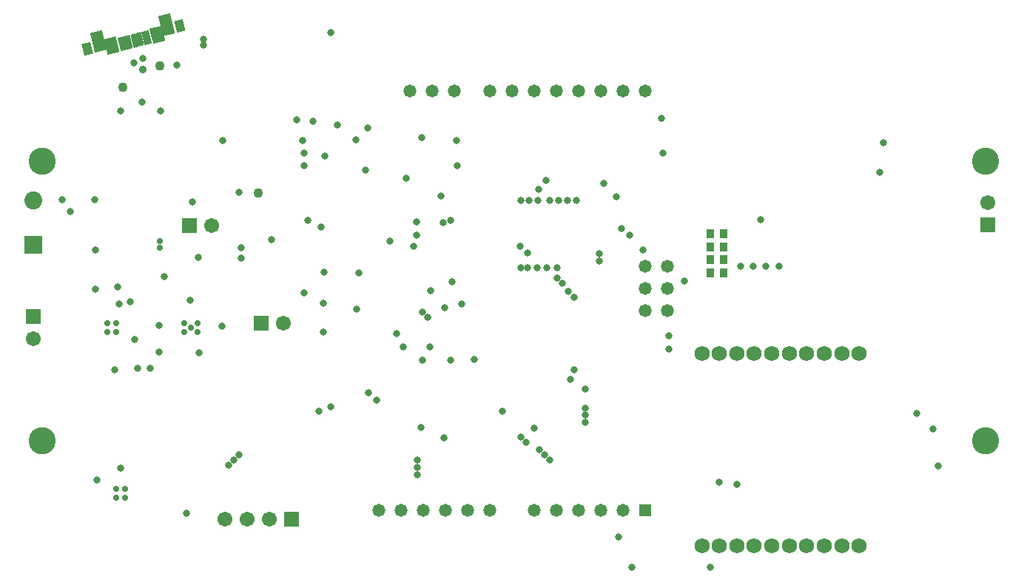
<source format=gbs>
%FSLAX44Y44*%
%MOMM*%
G71*
G01*
G75*
G04 Layer_Color=16711935*
%ADD10C,0.7620*%
%ADD11R,0.3000X0.4900*%
%ADD12R,0.3000X0.5200*%
%ADD13R,0.4900X0.3000*%
%ADD14R,0.5200X0.3000*%
%ADD15R,0.7000X0.9000*%
%ADD16R,1.7000X1.1000*%
%ADD17R,0.2500X0.7000*%
%ADD18R,2.3800X1.6500*%
%ADD19O,1.7500X0.3000*%
%ADD20O,0.3000X1.7500*%
G04:AMPARAMS|DCode=21|XSize=1.524mm|YSize=2.8448mm|CornerRadius=0mm|HoleSize=0mm|Usage=FLASHONLY|Rotation=82.000|XOffset=0mm|YOffset=0mm|HoleType=Round|Shape=Rectangle|*
%AMROTATEDRECTD21*
4,1,4,1.3025,-0.9525,-1.5146,-0.5566,-1.3025,0.9525,1.5146,0.5566,1.3025,-0.9525,0.0*
%
%ADD21ROTATEDRECTD21*%

G04:AMPARAMS|DCode=22|XSize=1.524mm|YSize=2.8448mm|CornerRadius=0mm|HoleSize=0mm|Usage=FLASHONLY|Rotation=352.000|XOffset=0mm|YOffset=0mm|HoleType=Round|Shape=Rectangle|*
%AMROTATEDRECTD22*
4,1,4,-0.9525,-1.3025,-0.5566,1.5146,0.9525,1.3025,0.5566,-1.5146,-0.9525,-1.3025,0.0*
%
%ADD22ROTATEDRECTD22*%

%ADD23R,2.0000X0.4000*%
%ADD24O,1.3500X0.4500*%
%ADD25O,0.7000X2.0000*%
%ADD26R,0.8500X0.7000*%
%ADD27R,0.9000X0.8000*%
%ADD28R,0.4500X0.8500*%
%ADD29R,2.4000X1.5000*%
%ADD30R,0.7000X0.3000*%
%ADD31R,1.0000X1.6000*%
%ADD32O,0.2800X0.8500*%
%ADD33R,2.4000X1.6500*%
%ADD34C,0.4000*%
%ADD35R,0.9000X0.7000*%
%ADD36R,0.5500X0.9500*%
%ADD37R,0.7000X1.4000*%
%ADD38R,1.0000X1.0000*%
%ADD39R,0.8000X0.9000*%
%ADD40R,2.3000X2.3000*%
G04:AMPARAMS|DCode=41|XSize=2mm|YSize=1.75mm|CornerRadius=0mm|HoleSize=0mm|Usage=FLASHONLY|Rotation=279.640|XOffset=0mm|YOffset=0mm|HoleType=Round|Shape=Rectangle|*
%AMROTATEDRECTD41*
4,1,4,-1.0301,0.8394,0.6952,1.1324,1.0301,-0.8394,-0.6952,-1.1324,-1.0301,0.8394,0.0*
%
%ADD41ROTATEDRECTD41*%

%ADD42C,0.1905*%
%ADD43C,0.4064*%
%ADD44C,0.2032*%
%ADD45C,0.6096*%
%ADD46C,0.3048*%
%ADD47C,0.2540*%
%ADD48C,1.0160*%
%ADD49C,0.5080*%
%ADD50C,1.2700*%
%ADD51C,0.3556*%
%ADD52R,0.7000X0.2800*%
%ADD53C,2.9000*%
%ADD54C,1.5000*%
%ADD55R,1.5000X1.5000*%
%ADD56R,1.5000X1.5000*%
%ADD57C,1.5240*%
%ADD58C,1.2700*%
%ADD59R,1.2700X1.2700*%
%ADD60R,1.8500X1.8500*%
%ADD61C,1.8500*%
%ADD62C,0.6350*%
%ADD63C,0.5000*%
%ADD64C,0.9000*%
%ADD65C,0.7000*%
%ADD66C,0.6350*%
G04:AMPARAMS|DCode=67|XSize=0.65mm|YSize=1.35mm|CornerRadius=0mm|HoleSize=0mm|Usage=FLASHONLY|Rotation=13.600|XOffset=0mm|YOffset=0mm|HoleType=Round|Shape=Rectangle|*
%AMROTATEDRECTD67*
4,1,4,-0.1572,-0.7325,-0.4746,0.5797,0.1572,0.7325,0.4746,-0.5797,-0.1572,-0.7325,0.0*
%
%ADD67ROTATEDRECTD67*%

G04:AMPARAMS|DCode=68|XSize=0.4mm|YSize=1.35mm|CornerRadius=0mm|HoleSize=0mm|Usage=FLASHONLY|Rotation=13.600|XOffset=0mm|YOffset=0mm|HoleType=Round|Shape=Rectangle|*
%AMROTATEDRECTD68*
4,1,4,-0.0357,-0.7031,-0.3531,0.6090,0.0357,0.7031,0.3531,-0.6090,-0.0357,-0.7031,0.0*
%
%ADD68ROTATEDRECTD68*%

G04:AMPARAMS|DCode=69|XSize=2.51mm|YSize=1mm|CornerRadius=0mm|HoleSize=0mm|Usage=FLASHONLY|Rotation=13.600|XOffset=0mm|YOffset=0mm|HoleType=Round|Shape=Rectangle|*
%AMROTATEDRECTD69*
4,1,4,-1.1022,-0.7811,-1.3374,0.1909,1.1022,0.7811,1.3374,-0.1909,-1.1022,-0.7811,0.0*
%
%ADD69ROTATEDRECTD69*%

G04:AMPARAMS|DCode=70|XSize=1.2mm|YSize=2.1mm|CornerRadius=0mm|HoleSize=0mm|Usage=FLASHONLY|Rotation=13.600|XOffset=0mm|YOffset=0mm|HoleType=Round|Shape=Rectangle|*
%AMROTATEDRECTD70*
4,1,4,-0.3363,-1.1617,-0.8301,0.8795,0.3363,1.1617,0.8301,-0.8795,-0.3363,-1.1617,0.0*
%
%ADD70ROTATEDRECTD70*%

G04:AMPARAMS|DCode=71|XSize=1.2mm|YSize=1.55mm|CornerRadius=0mm|HoleSize=0mm|Usage=FLASHONLY|Rotation=13.600|XOffset=0mm|YOffset=0mm|HoleType=Round|Shape=Rectangle|*
%AMROTATEDRECTD71*
4,1,4,-0.4009,-0.8943,-0.7654,0.6122,0.4009,0.8943,0.7654,-0.6122,-0.4009,-0.8943,0.0*
%
%ADD71ROTATEDRECTD71*%

G04:AMPARAMS|DCode=72|XSize=0.775mm|YSize=1.15mm|CornerRadius=0mm|HoleSize=0mm|Usage=FLASHONLY|Rotation=13.600|XOffset=0mm|YOffset=0mm|HoleType=Round|Shape=Rectangle|*
%AMROTATEDRECTD72*
4,1,4,-0.2414,-0.6500,-0.5118,0.4678,0.2414,0.6500,0.5118,-0.4678,-0.2414,-0.6500,0.0*
%
%ADD72ROTATEDRECTD72*%

G04:AMPARAMS|DCode=73|XSize=0.825mm|YSize=1.15mm|CornerRadius=0mm|HoleSize=0mm|Usage=FLASHONLY|Rotation=13.600|XOffset=0mm|YOffset=0mm|HoleType=Round|Shape=Rectangle|*
%AMROTATEDRECTD73*
4,1,4,-0.2657,-0.6559,-0.5361,0.4619,0.2657,0.6559,0.5361,-0.4619,-0.2657,-0.6559,0.0*
%
%ADD73ROTATEDRECTD73*%

%ADD74C,0.3000*%
%ADD75C,0.1000*%
%ADD76C,0.6000*%
%ADD77C,0.2500*%
%ADD78C,0.0000*%
%ADD79C,0.2000*%
%ADD80C,0.0127*%
%ADD81C,0.1500*%
%ADD82R,0.6502X0.1854*%
%ADD83R,0.5842X0.1651*%
%ADD84R,0.4572X1.7018*%
%ADD85R,0.8000X1.4000*%
%ADD86R,0.5000X0.2600*%
%ADD87R,1.0500X0.6800*%
%ADD88R,0.6500X0.2500*%
%ADD89R,0.0000X0.6000*%
%ADD90O,0.2300X0.8000*%
%ADD91R,0.4000X0.5900*%
%ADD92R,0.4000X0.6200*%
%ADD93R,0.5900X0.4000*%
%ADD94R,0.6200X0.4000*%
%ADD95R,0.9032X1.1032*%
%ADD96R,1.9032X1.3032*%
%ADD97R,0.4532X0.9032*%
%ADD98R,2.5832X1.8532*%
%ADD99O,1.9532X0.5032*%
%ADD100O,0.5032X1.9532*%
G04:AMPARAMS|DCode=101|XSize=1.7272mm|YSize=3.048mm|CornerRadius=0mm|HoleSize=0mm|Usage=FLASHONLY|Rotation=82.000|XOffset=0mm|YOffset=0mm|HoleType=Round|Shape=Rectangle|*
%AMROTATEDRECTD101*
4,1,4,1.3890,-1.0673,-1.6294,-0.6431,-1.3890,1.0673,1.6294,0.6431,1.3890,-1.0673,0.0*
%
%ADD101ROTATEDRECTD101*%

G04:AMPARAMS|DCode=102|XSize=1.7272mm|YSize=3.048mm|CornerRadius=0mm|HoleSize=0mm|Usage=FLASHONLY|Rotation=352.000|XOffset=0mm|YOffset=0mm|HoleType=Round|Shape=Rectangle|*
%AMROTATEDRECTD102*
4,1,4,-1.0673,-1.3890,-0.6431,1.6294,1.0673,1.3890,0.6431,-1.6294,-1.0673,-1.3890,0.0*
%
%ADD102ROTATEDRECTD102*%

%ADD103R,2.2032X0.6032*%
%ADD104O,1.5532X0.6532*%
%ADD105O,0.9032X2.2032*%
%ADD106R,1.0532X0.9032*%
%ADD107R,1.1032X1.0032*%
%ADD108R,0.6532X1.0532*%
%ADD109R,2.6032X1.7032*%
%ADD110R,0.8400X0.4400*%
%ADD111R,1.1400X1.7400*%
%ADD112O,0.4200X0.9900*%
%ADD113R,2.5400X1.7900*%
%ADD114C,0.6032*%
%ADD115R,1.1032X0.9032*%
%ADD116R,0.7532X1.1532*%
%ADD117R,0.9032X1.6032*%
%ADD118R,1.0032X1.1032*%
%ADD119R,2.5032X2.5032*%
G04:AMPARAMS|DCode=120|XSize=2.2032mm|YSize=1.9532mm|CornerRadius=0mm|HoleSize=0mm|Usage=FLASHONLY|Rotation=279.640|XOffset=0mm|YOffset=0mm|HoleType=Round|Shape=Rectangle|*
%AMROTATEDRECTD120*
4,1,4,-1.1473,0.9225,0.7783,1.2496,1.1473,-0.9225,-0.7783,-1.2496,-1.1473,0.9225,0.0*
%
%ADD120ROTATEDRECTD120*%

%ADD121R,0.9032X0.4832*%
%ADD122C,3.1032*%
%ADD123C,1.7032*%
%ADD124R,1.7032X1.7032*%
%ADD125R,1.7032X1.7032*%
%ADD126C,1.7272*%
%ADD127C,1.4732*%
%ADD128R,1.4732X1.4732*%
%ADD129R,2.0532X2.0532*%
%ADD130C,2.0532*%
%ADD131C,0.8382*%
%ADD132C,0.7032*%
%ADD133C,1.1032*%
%ADD134C,0.9032*%
G04:AMPARAMS|DCode=135|XSize=0.8532mm|YSize=1.5532mm|CornerRadius=0mm|HoleSize=0mm|Usage=FLASHONLY|Rotation=13.600|XOffset=0mm|YOffset=0mm|HoleType=Round|Shape=Rectangle|*
%AMROTATEDRECTD135*
4,1,4,-0.2320,-0.8551,-0.5972,0.6545,0.2320,0.8551,0.5972,-0.6545,-0.2320,-0.8551,0.0*
%
%ADD135ROTATEDRECTD135*%

G04:AMPARAMS|DCode=136|XSize=0.6032mm|YSize=1.5532mm|CornerRadius=0mm|HoleSize=0mm|Usage=FLASHONLY|Rotation=13.600|XOffset=0mm|YOffset=0mm|HoleType=Round|Shape=Rectangle|*
%AMROTATEDRECTD136*
4,1,4,-0.1105,-0.8257,-0.4758,0.6839,0.1105,0.8257,0.4758,-0.6839,-0.1105,-0.8257,0.0*
%
%ADD136ROTATEDRECTD136*%

G04:AMPARAMS|DCode=137|XSize=2.7132mm|YSize=1.2032mm|CornerRadius=0mm|HoleSize=0mm|Usage=FLASHONLY|Rotation=13.600|XOffset=0mm|YOffset=0mm|HoleType=Round|Shape=Rectangle|*
%AMROTATEDRECTD137*
4,1,4,-1.1771,-0.9037,-1.4600,0.2657,1.1771,0.9037,1.4600,-0.2657,-1.1771,-0.9037,0.0*
%
%ADD137ROTATEDRECTD137*%

G04:AMPARAMS|DCode=138|XSize=1.4032mm|YSize=2.3032mm|CornerRadius=0mm|HoleSize=0mm|Usage=FLASHONLY|Rotation=13.600|XOffset=0mm|YOffset=0mm|HoleType=Round|Shape=Rectangle|*
%AMROTATEDRECTD138*
4,1,4,-0.4111,-1.2843,-0.9527,0.9543,0.4111,1.2843,0.9527,-0.9543,-0.4111,-1.2843,0.0*
%
%ADD138ROTATEDRECTD138*%

G04:AMPARAMS|DCode=139|XSize=1.4032mm|YSize=1.7532mm|CornerRadius=0mm|HoleSize=0mm|Usage=FLASHONLY|Rotation=13.600|XOffset=0mm|YOffset=0mm|HoleType=Round|Shape=Rectangle|*
%AMROTATEDRECTD139*
4,1,4,-0.4758,-1.0170,-0.8881,0.6870,0.4758,1.0170,0.8881,-0.6870,-0.4758,-1.0170,0.0*
%
%ADD139ROTATEDRECTD139*%

G04:AMPARAMS|DCode=140|XSize=0.9782mm|YSize=1.3532mm|CornerRadius=0mm|HoleSize=0mm|Usage=FLASHONLY|Rotation=13.600|XOffset=0mm|YOffset=0mm|HoleType=Round|Shape=Rectangle|*
%AMROTATEDRECTD140*
4,1,4,-0.3163,-0.7726,-0.6345,0.5426,0.3163,0.7726,0.6345,-0.5426,-0.3163,-0.7726,0.0*
%
%ADD140ROTATEDRECTD140*%

G04:AMPARAMS|DCode=141|XSize=1.0282mm|YSize=1.3532mm|CornerRadius=0mm|HoleSize=0mm|Usage=FLASHONLY|Rotation=13.600|XOffset=0mm|YOffset=0mm|HoleType=Round|Shape=Rectangle|*
%AMROTATEDRECTD141*
4,1,4,-0.3406,-0.7785,-0.6588,0.5367,0.3406,0.7785,0.6588,-0.5367,-0.3406,-0.7785,0.0*
%
%ADD141ROTATEDRECTD141*%

D95*
X240000Y77072D02*
D03*
X225000D02*
D03*
X240000Y62072D02*
D03*
X225000D02*
D03*
X240000Y32072D02*
D03*
X225000D02*
D03*
X240000Y47072D02*
D03*
X225000D02*
D03*
D122*
X-540000Y160000D02*
D03*
Y-160000D02*
D03*
X540000Y160000D02*
D03*
Y-160000D02*
D03*
D123*
X-264200Y-25428D02*
D03*
X542500Y112900D02*
D03*
X-280400Y-250000D02*
D03*
X-305800D02*
D03*
X-331200D02*
D03*
X-550000Y-43128D02*
D03*
X-345694Y86614D02*
D03*
D124*
X-289600Y-25428D02*
D03*
X-255000Y-250000D02*
D03*
X-371094Y86614D02*
D03*
D125*
X542500Y87500D02*
D03*
X-550000Y-17728D02*
D03*
D126*
X375000Y-60000D02*
D03*
X355000D02*
D03*
X395000D02*
D03*
X315000D02*
D03*
X295000D02*
D03*
X335000D02*
D03*
X375000Y-280000D02*
D03*
X355000D02*
D03*
X395000D02*
D03*
X315000D02*
D03*
X335000D02*
D03*
X275000Y-60000D02*
D03*
X255000D02*
D03*
X295000Y-280000D02*
D03*
X215000Y-60000D02*
D03*
X235000D02*
D03*
X275000Y-280000D02*
D03*
X255000D02*
D03*
X215000D02*
D03*
X235000D02*
D03*
D127*
X-118745Y240030D02*
D03*
X-93345D02*
D03*
X-67945D02*
D03*
X-78105Y-240030D02*
D03*
X-27305Y240030D02*
D03*
Y-240030D02*
D03*
X23495Y240030D02*
D03*
Y-240030D02*
D03*
X48895Y240030D02*
D03*
Y-240030D02*
D03*
X74295Y240030D02*
D03*
Y-240030D02*
D03*
X99695Y240030D02*
D03*
Y-240030D02*
D03*
X125095Y240030D02*
D03*
Y-240030D02*
D03*
X150495Y240030D02*
D03*
X-52705Y-240030D02*
D03*
X-1905Y240030D02*
D03*
X150495Y39370D02*
D03*
Y13970D02*
D03*
Y-11430D02*
D03*
X175895D02*
D03*
Y13970D02*
D03*
Y39370D02*
D03*
X-103505Y-240030D02*
D03*
X-128905D02*
D03*
X-154305D02*
D03*
D128*
X150495D02*
D03*
D129*
X-550000Y64172D02*
D03*
D130*
Y114972D02*
D03*
D131*
X-312166Y48768D02*
D03*
X-217170Y33274D02*
D03*
X40640Y115316D02*
D03*
X17526Y114808D02*
D03*
X-360172Y-58928D02*
D03*
X422483Y181183D02*
D03*
X418432Y147132D02*
D03*
X-157480Y-113284D02*
D03*
X-166624Y-105156D02*
D03*
X-127000Y-52324D02*
D03*
X-134112Y-37084D02*
D03*
X-406400Y-58420D02*
D03*
X273958Y39572D02*
D03*
X259426D02*
D03*
X288489D02*
D03*
X49784Y38100D02*
D03*
X37831Y37861D02*
D03*
X49685Y26007D02*
D03*
X55611Y20080D02*
D03*
X-223520Y-126492D02*
D03*
X-98880Y-18468D02*
D03*
X-209296Y-121412D02*
D03*
X-104807Y-12541D02*
D03*
X7493Y38100D02*
D03*
X7112Y62484D02*
D03*
X23368Y-145796D02*
D03*
X-59944Y-3556D02*
D03*
X-71120Y21844D02*
D03*
X-96520Y-52324D02*
D03*
X-104648Y-67564D02*
D03*
X-239776Y9652D02*
D03*
X7493Y115316D02*
D03*
X15875Y55372D02*
D03*
X15875Y38100D02*
D03*
X50800Y115316D02*
D03*
X61976Y10668D02*
D03*
X68739Y3905D02*
D03*
X36576Y137668D02*
D03*
X8128Y-155956D02*
D03*
X28448Y127508D02*
D03*
X14055Y-161883D02*
D03*
X147320Y58420D02*
D03*
X282448Y92964D02*
D03*
X97536Y45593D02*
D03*
Y53975D02*
D03*
X122936Y82804D02*
D03*
X-114808Y62484D02*
D03*
X-79248Y-7620D02*
D03*
X60960Y115316D02*
D03*
X71120D02*
D03*
X81280Y-101092D02*
D03*
X68739Y-79089D02*
D03*
X65024Y-89916D02*
D03*
X-110744Y-190420D02*
D03*
Y-198802D02*
D03*
Y-182038D02*
D03*
X34713Y-176445D02*
D03*
X81280Y-130810D02*
D03*
X-416560Y-76708D02*
D03*
X-434340Y-43688D02*
D03*
X40640Y-182372D02*
D03*
X81280Y-139192D02*
D03*
X-457200Y-78740D02*
D03*
X-452120Y-3556D02*
D03*
X28786Y-170518D02*
D03*
X81280Y-122428D02*
D03*
X-314960Y-176276D02*
D03*
X-326814Y-188130D02*
D03*
X-320887Y-182203D02*
D03*
X102616Y134620D02*
D03*
X116840Y119380D02*
D03*
X132080Y75692D02*
D03*
X27432Y115316D02*
D03*
X26416Y38100D02*
D03*
X461128Y-128524D02*
D03*
X479416Y-146812D02*
D03*
X-235712Y91948D02*
D03*
X-66040Y183388D02*
D03*
X-65024Y154940D02*
D03*
X-111760Y90932D02*
D03*
Y75692D02*
D03*
X-83312Y120396D02*
D03*
X-122936Y140716D02*
D03*
X-169672Y149860D02*
D03*
X168656Y208788D02*
D03*
X170688Y169164D02*
D03*
X-438912Y-508D02*
D03*
X-367792Y113284D02*
D03*
X-95504Y11684D02*
D03*
X-218064Y-35428D02*
D03*
X-72136Y-67564D02*
D03*
X-80264Y-156972D02*
D03*
X-106680Y-144780D02*
D03*
X-13208Y-126492D02*
D03*
X-45720Y-66548D02*
D03*
X-218440Y-2540D02*
D03*
X-430784Y-76708D02*
D03*
X-334264Y-28956D02*
D03*
X-406400Y-27940D02*
D03*
X-450088Y-191516D02*
D03*
X-477520Y-204724D02*
D03*
X485512Y-188468D02*
D03*
X-202184Y201676D02*
D03*
X-374904Y-243332D02*
D03*
X225000Y-305000D02*
D03*
X-105664Y187452D02*
D03*
X-508000Y102108D02*
D03*
X-450060Y217452D02*
D03*
X-386052Y270284D02*
D03*
X-81280Y90043D02*
D03*
X-72136Y91948D02*
D03*
X-142240Y68580D02*
D03*
X-179832Y-9652D02*
D03*
X-216408Y166116D02*
D03*
X-239776Y154940D02*
D03*
X-400050Y27686D02*
D03*
X-241808Y183642D02*
D03*
X-333502D02*
D03*
X-229870Y205740D02*
D03*
X-240538Y169418D02*
D03*
X-180848Y184658D02*
D03*
X-167386Y198120D02*
D03*
X-248412Y207518D02*
D03*
X-370332Y1016D02*
D03*
X-361188Y49784D02*
D03*
X-453390Y16256D02*
D03*
X-479298Y58674D02*
D03*
X-516636Y116078D02*
D03*
X-478536Y13216D02*
D03*
X235000Y-207688D02*
D03*
X255000Y-210000D02*
D03*
X135000Y-305000D02*
D03*
X120000Y-270000D02*
D03*
X303022Y39572D02*
D03*
X195000Y22500D02*
D03*
X177500Y-40000D02*
D03*
Y-55000D02*
D03*
X-314960Y124460D02*
D03*
X-425676Y227612D02*
D03*
X-404340Y217452D02*
D03*
X-425000Y277500D02*
D03*
X-277500Y70000D02*
D03*
X-220308Y85000D02*
D03*
X-435000Y272500D02*
D03*
X-479806Y116078D02*
D03*
X-355000Y292500D02*
D03*
Y300000D02*
D03*
X-177500Y32500D02*
D03*
X-210000Y307500D02*
D03*
X-311912Y60706D02*
D03*
D132*
X-455000Y-25428D02*
D03*
Y-35428D02*
D03*
X-465000D02*
D03*
Y-25428D02*
D03*
X-445000Y-215428D02*
D03*
Y-225428D02*
D03*
X-455000D02*
D03*
Y-215428D02*
D03*
X-405000Y68572D02*
D03*
Y60572D02*
D03*
X-362500Y-25428D02*
D03*
X-370000Y-30428D02*
D03*
X-362500Y-35428D02*
D03*
X-377500Y-25428D02*
D03*
Y-35428D02*
D03*
D133*
X-448028Y244884D02*
D03*
X-405356Y269268D02*
D03*
X-292862Y123190D02*
D03*
D134*
X-424999Y265000D02*
D03*
D135*
X-420325Y301283D02*
D03*
X-448026Y294581D02*
D03*
D136*
X-427858Y299461D02*
D03*
X-434176Y297932D02*
D03*
X-440494Y296404D02*
D03*
D137*
X-467635Y293559D02*
D03*
X-402417Y309337D02*
D03*
D138*
X-475295Y297365D02*
D03*
X-397345Y316223D02*
D03*
D139*
X-460622Y292426D02*
D03*
X-408137Y305124D02*
D03*
D140*
X-382110Y315022D02*
D03*
D141*
X-488480Y289031D02*
D03*
M02*

</source>
